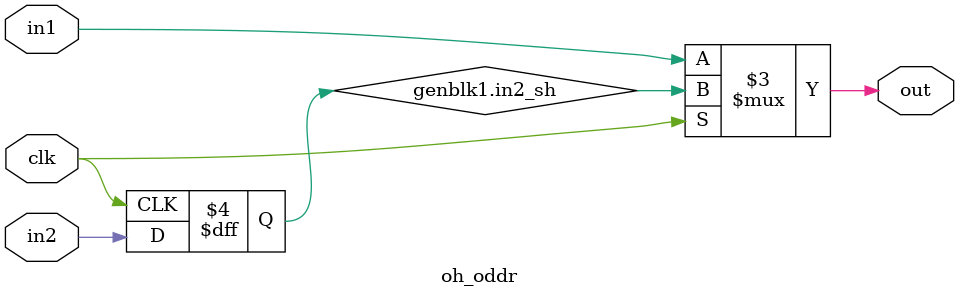
<source format=v>


module oh_oddr
  #(parameter N    =  1,       // vector width
    parameter SYN  = "TRUE",   // synthesizable (or not)
    parameter TYPE = "DEFAULT" // scell type/size
    )
   (
    input 	   clk, // clock input
    input [N-1:0]  in1, // negedge input
    input [N-1:0]  in2, // posedge input
    output [N-1:0] out  // ddr output
    );

   generate
      if(SYN == "TRUE") begin
	 //regs("sl"=stable low, "sh"=stable high)
	 reg [N-1:0]     in2_sh;

	 always @ (negedge clk)
	   in2_sh[N-1:0] <= in2[N-1:0];

	 assign out[N-1:0] = ~clk ? in1[N-1:0] : in2_sh[N-1:0];
      end
      else begin
	 for (i=0;i<N;i=i+1) begin
	    asic_oddr #(.TYPE(TYPE))
	    asic_oddr(// Outputs
		      .out		(out[N-1:0]),
		      // Inputs
		      .clk		(clk),
		      .in1		(in1[N-1:0]),
		      .in2		(in2[N-1:0]));
	 end
      end // else: !if(SYN == "TRUE")
   endgenerate

endmodule // oh_oddr

</source>
